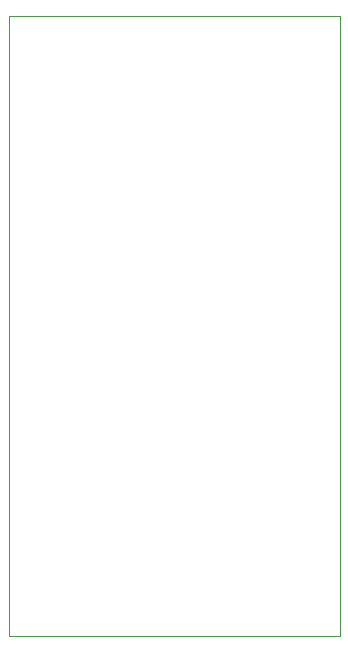
<source format=gm1>
G04 #@! TF.GenerationSoftware,KiCad,Pcbnew,8.0.0*
G04 #@! TF.CreationDate,2024-02-29T15:27:24+11:00*
G04 #@! TF.ProjectId,GingerLight,47696e67-6572-44c6-9967-68742e6b6963,rev?*
G04 #@! TF.SameCoordinates,Original*
G04 #@! TF.FileFunction,Profile,NP*
%FSLAX46Y46*%
G04 Gerber Fmt 4.6, Leading zero omitted, Abs format (unit mm)*
G04 Created by KiCad (PCBNEW 8.0.0) date 2024-02-29 15:27:24*
%MOMM*%
%LPD*%
G01*
G04 APERTURE LIST*
G04 #@! TA.AperFunction,Profile*
%ADD10C,0.100000*%
G04 #@! TD*
G04 APERTURE END LIST*
D10*
X137500000Y-86750000D02*
X165500000Y-86750000D01*
X165500000Y-139250000D01*
X137500000Y-139250000D01*
X137500000Y-86750000D01*
M02*

</source>
